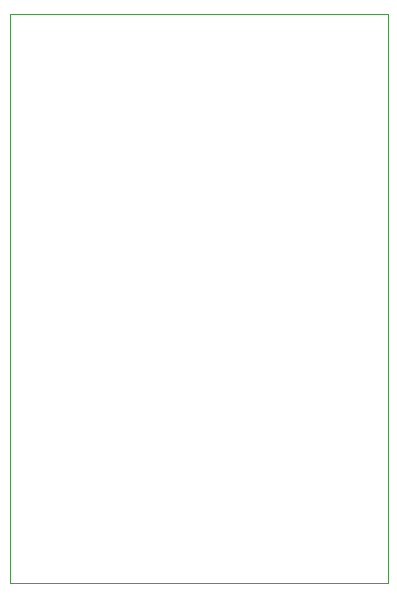
<source format=gbr>
%TF.GenerationSoftware,KiCad,Pcbnew,8.0.8-8.0.8-0~ubuntu24.04.1*%
%TF.CreationDate,2025-08-02T17:46:37-04:00*%
%TF.ProjectId,electronics,656c6563-7472-46f6-9e69-63732e6b6963,rev?*%
%TF.SameCoordinates,Original*%
%TF.FileFunction,Profile,NP*%
%FSLAX46Y46*%
G04 Gerber Fmt 4.6, Leading zero omitted, Abs format (unit mm)*
G04 Created by KiCad (PCBNEW 8.0.8-8.0.8-0~ubuntu24.04.1) date 2025-08-02 17:46:37*
%MOMM*%
%LPD*%
G01*
G04 APERTURE LIST*
%TA.AperFunction,Profile*%
%ADD10C,0.050000*%
%TD*%
G04 APERTURE END LIST*
D10*
X127710000Y-71520000D02*
X159710000Y-71520000D01*
X159710000Y-119710000D01*
X127710000Y-119710000D01*
X127710000Y-71520000D01*
M02*

</source>
